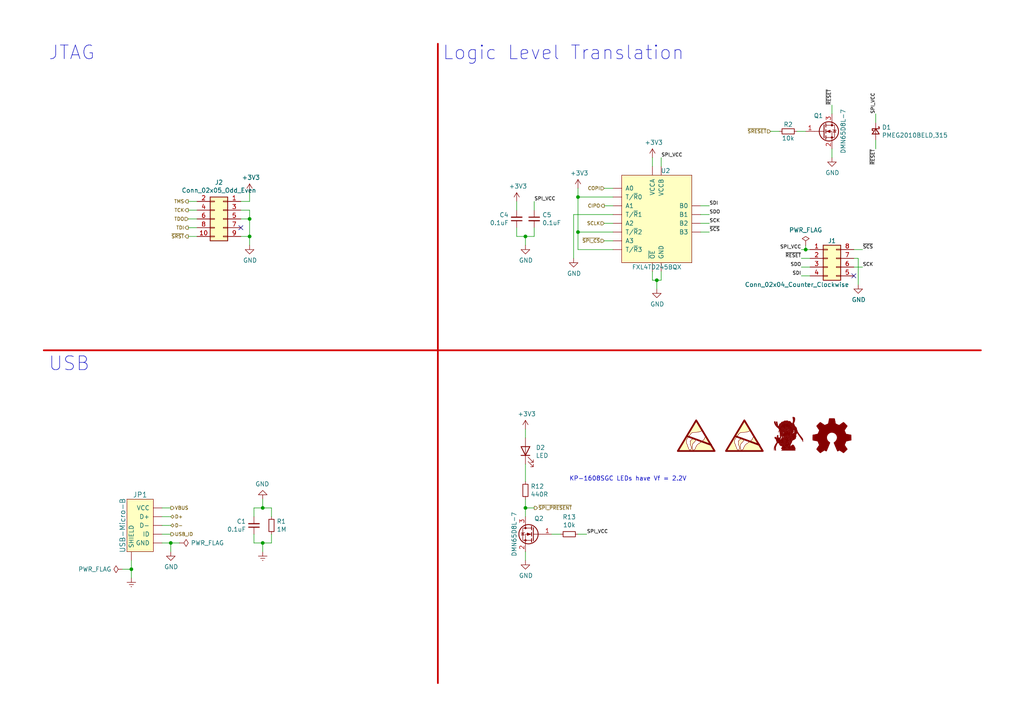
<source format=kicad_sch>
(kicad_sch (version 20211123) (generator eeschema)
  (paper "A4")
  (lib_symbols
    (symbol "Connector_Generic:Conn_02x04_Counter_Clockwise" (pin_names (offset 1.016) hide)
      (property "Reference" "J" (at 1.27 5.08 0))
      (property "Value" "Conn_02x04_Counter_Clockwise" (at 1.27 -7.62 0))
      (symbol "Conn_02x04_Counter_Clockwise_1_1"
        (pin passive line (at -5.08 2.54 0) (length 3.81) (name "Pin_1") (number "1"))
        (pin passive line (at -5.08 0 0) (length 3.81) (name "Pin_2") (number "2"))
        (pin passive line (at -5.08 -2.54 0) (length 3.81) (name "Pin_3") (number "3"))
        (pin passive line (at -5.08 -5.08 0) (length 3.81) (name "Pin_4") (number "4"))
        (pin passive line (at 7.62 -5.08 180) (length 3.81) (name "Pin_5") (number "5"))
        (pin passive line (at 7.62 -2.54 180) (length 3.81) (name "Pin_6") (number "6"))
        (pin passive line (at 7.62 0 180) (length 3.81) (name "Pin_7") (number "7"))
        (pin passive line (at 7.62 2.54 180) (length 3.81) (name "Pin_8") (number "8"))
      )
    )
    (symbol "Connector_Generic:Conn_02x05_Odd_Even" (pin_names (offset 1.016) hide)
      (property "Reference" "J" (at 1.27 7.62 0))
      (property "Value" "Conn_02x05_Odd_Even" (at 1.27 -7.62 0))
      (symbol "Conn_02x05_Odd_Even_1_1"
        (pin passive line (at -5.08 5.08 0) (length 3.81) (name "Pin_1") (number "1"))
        (pin passive line (at 7.62 -5.08 180) (length 3.81) (name "Pin_10") (number "10"))
        (pin passive line (at 7.62 5.08 180) (length 3.81) (name "Pin_2") (number "2"))
        (pin passive line (at -5.08 2.54 0) (length 3.81) (name "Pin_3") (number "3"))
        (pin passive line (at 7.62 2.54 180) (length 3.81) (name "Pin_4") (number "4"))
        (pin passive line (at -5.08 0 0) (length 3.81) (name "Pin_5") (number "5"))
        (pin passive line (at 7.62 0 180) (length 3.81) (name "Pin_6") (number "6"))
        (pin passive line (at -5.08 -2.54 0) (length 3.81) (name "Pin_7") (number "7"))
        (pin passive line (at 7.62 -2.54 180) (length 3.81) (name "Pin_8") (number "8"))
        (pin passive line (at -5.08 -5.08 0) (length 3.81) (name "Pin_9") (number "9"))
      )
    )
    (symbol "DX_MON:FXL4TD245BQX" (pin_numbers hide) (pin_names (offset 1.016))
      (property "Reference" "U" (at 3.81 13.97 0))
      (property "Value" "FXL4TD245BQX" (at 10.16 -13.97 0))
      (symbol "FXL4TD245BQX_1_1"
        (pin power_in line (at -1.27 15.24 270) (length 2.54) (name "VCCA") (number "1"))
        (pin input line (at -12.7 -3.81 0) (length 2.54) (name "T/~{R}2") (number "10"))
        (pin input line (at 12.7 -3.81 180) (length 2.54) (name "B3") (number "11"))
        (pin input line (at 12.7 -1.27 180) (length 2.54) (name "B2") (number "12"))
        (pin input line (at 12.7 1.27 180) (length 2.54) (name "B1") (number "13"))
        (pin input line (at 12.7 3.81 180) (length 2.54) (name "B0") (number "14"))
        (pin input line (at -12.7 1.27 0) (length 2.54) (name "T/~{R}1") (number "15"))
        (pin power_in line (at 1.27 15.24 270) (length 2.54) (name "VCCB") (number "16"))
        (pin input line (at -12.7 6.35 0) (length 2.54) (name "T/~{R}0") (number "2"))
        (pin bidirectional line (at -12.7 8.89 0) (length 2.54) (name "A0") (number "3"))
        (pin bidirectional line (at -12.7 3.81 0) (length 2.54) (name "A1") (number "4"))
        (pin bidirectional line (at -12.7 -1.27 0) (length 2.54) (name "A2") (number "5"))
        (pin bidirectional line (at -12.7 -6.35 0) (length 2.54) (name "A3") (number "6"))
        (pin input line (at -12.7 -8.89 0) (length 2.54) (name "T/~{R}3") (number "7"))
        (pin passive line (at 1.27 -15.24 90) (length 2.54) (name "GND") (number "8"))
        (pin input line (at -1.27 -15.24 90) (length 2.54) (name "~{OE}") (number "9"))
        (pin passive line (at 1.27 -15.24 90) (length 2.54) hide (name "GND") (number "EP"))
      )
    )
    (symbol "DX_MON:USB-Micro-B" (pin_numbers hide) (pin_names (offset 1.016))
      (property "Reference" "JP" (at 0 11.43 0))
      (property "Value" "USB-Micro-B" (at 0 8.89 0))
      (symbol "USB-Micro-B_1_1"
        (pin bidirectional line (at 6.35 2.54 180) (length 2.54) (name "D+") (number "D+"))
        (pin bidirectional line (at 6.35 0 180) (length 2.54) (name "D-") (number "D-"))
        (pin passive line (at 6.35 -5.08 180) (length 2.54) (name "GND") (number "GND1"))
        (pin passive line (at 6.35 -2.54 180) (length 2.54) (name "ID") (number "ID"))
        (pin passive line (at -2.54 -10.16 90) (length 2.54) (name "SHIELD") (number "SHIELD"))
        (pin power_out line (at 6.35 5.08 180) (length 2.54) (name "VCC") (number "VCC"))
      )
    )
    (symbol "DX_MON:トール" (pin_names (offset 1.016)))
    (symbol "Device:C_Small" (pin_numbers hide) (pin_names (offset 0.254) hide)
      (property "Reference" "C" (at 0.254 1.778 0))
      (property "Value" "C_Small" (at 0.254 -2.032 0))
      (symbol "C_Small_1_1"
        (pin passive line (at 0 2.54 270) (length 2.032) (name "~") (number "1"))
        (pin passive line (at 0 -2.54 90) (length 2.032) (name "~") (number "2"))
      )
    )
    (symbol "Device:D_Schottky_Small" (pin_numbers hide) (pin_names (offset 0.254) hide)
      (property "Reference" "D" (at -1.27 2.032 0))
      (property "Value" "D_Schottky_Small" (at -7.112 -2.032 0))
      (symbol "D_Schottky_Small_1_1"
        (pin passive line (at -2.54 0 0) (length 1.778) (name "K") (number "1"))
        (pin passive line (at 2.54 0 180) (length 1.778) (name "A") (number "2"))
      )
    )
    (symbol "Device:LED" (pin_numbers hide) (pin_names (offset 1.016) hide)
      (property "Reference" "D" (at 0 2.54 0))
      (property "Value" "LED" (at 0 -2.54 0))
      (symbol "LED_1_1"
        (pin passive line (at -3.81 0 0) (length 2.54) (name "K") (number "1"))
        (pin passive line (at 3.81 0 180) (length 2.54) (name "A") (number "2"))
      )
    )
    (symbol "Device:Q_NMOS_GSD" (pin_names (offset 0) hide)
      (property "Reference" "Q" (at 5.08 1.27 0))
      (property "Value" "Q_NMOS_GSD" (at 5.08 -1.27 0))
      (symbol "Q_NMOS_GSD_1_1"
        (pin input line (at -5.08 0 0) (length 2.54) (name "G") (number "1"))
        (pin passive line (at 2.54 -5.08 90) (length 2.54) (name "S") (number "2"))
        (pin passive line (at 2.54 5.08 270) (length 2.54) (name "D") (number "3"))
      )
    )
    (symbol "Device:R_Small" (pin_numbers hide) (pin_names (offset 0.254) hide)
      (property "Reference" "R" (at 0.762 0.508 0))
      (property "Value" "R_Small" (at 0.762 -1.016 0))
      (symbol "R_Small_1_1"
        (pin passive line (at 0 2.54 270) (length 0.762) (name "~") (number "1"))
        (pin passive line (at 0 -2.54 90) (length 0.762) (name "~") (number "2"))
      )
    )
    (symbol "Graphic:Logo_Open_Hardware_Small" (pin_names (offset 1.016)))
    (symbol "Graphic:SYM_ESD_Large" (pin_names (offset 1.016)))
    (symbol "power:+3.3V" (power) (pin_names (offset 0))
      (property "Value" "+3.3V" (at 0 3.556 0))
      (symbol "+3.3V_1_1"
        (pin power_in line (at 0 0 90) (length 0) hide (name "+3V3") (number "1"))
      )
    )
    (symbol "power:Earth" (power) (pin_names (offset 0))
      (symbol "Earth_1_1"
        (pin power_in line (at 0 0 270) (length 0) hide (name "Earth") (number "1"))
      )
    )
    (symbol "power:GND" (power) (pin_names (offset 0))
      (property "Value" "GND" (at 0 -3.81 0))
      (symbol "GND_1_1"
        (pin power_in line (at 0 0 270) (length 0) hide (name "GND") (number "1"))
      )
    )
    (symbol "power:PWR_FLAG" (power) (pin_numbers hide) (pin_names (offset 0) hide)
      (property "Value" "PWR_FLAG" (at 0 3.81 0))
      (symbol "PWR_FLAG_0_0"
        (pin power_out line (at 0 0 90) (length 0) (name "pwr") (number "1"))
      )
    )
  )
  (junction (at 72.39 63.5))
  (junction (at 76.2 147.32))
  (junction (at 38.1 165.1))
  (junction (at 152.4 68.58))
  (junction (at 167.64 67.31))
  (junction (at 76.2 157.48))
  (junction (at 233.68 72.39))
  (junction (at 72.39 68.58))
  (junction (at 152.4 147.32))
  (junction (at 167.64 57.15))
  (junction (at 49.53 157.48))
  (junction (at 190.5 81.28))
  (no_connect (at 69.85 66.04))
  (no_connect (at 247.65 80.01))
  (wire (pts (xy 49.53 149.86) (xy 46.99 149.86)))
  (wire (pts (xy 189.23 45.72) (xy 189.23 48.26)))
  (wire (pts (xy 76.2 157.48) (xy 76.2 160.02)))
  (wire (pts (xy 54.61 68.58) (xy 57.15 68.58)))
  (wire (pts (xy 247.65 74.93) (xy 248.92 74.93)))
  (wire (pts (xy 149.86 66.04) (xy 149.86 68.58)))
  (wire (pts (xy 78.74 154.94) (xy 78.74 157.48)))
  (wire (pts (xy 149.86 68.58) (xy 152.4 68.58)))
  (wire (pts (xy 73.66 154.94) (xy 73.66 157.48)))
  (wire (pts (xy 54.61 63.5) (xy 57.15 63.5)))
  (wire (pts (xy 57.15 60.96) (xy 54.61 60.96)))
  (wire (pts (xy 234.95 80.01) (xy 232.41 80.01)))
  (wire (pts (xy 152.4 134.62) (xy 152.4 139.7)))
  (wire (pts (xy 46.99 152.4) (xy 49.53 152.4)))
  (wire (pts (xy 69.85 58.42) (xy 72.39 58.42)))
  (wire (pts (xy 49.53 157.48) (xy 52.07 157.48)))
  (wire (pts (xy 57.15 66.04) (xy 54.61 66.04)))
  (wire (pts (xy 250.19 72.39) (xy 247.65 72.39)))
  (wire (pts (xy 254 35.56) (xy 254 33.02)))
  (wire (pts (xy 177.8 62.23) (xy 166.37 62.23)))
  (wire (pts (xy 167.64 72.39) (xy 167.64 67.31)))
  (wire (pts (xy 177.8 72.39) (xy 167.64 72.39)))
  (wire (pts (xy 49.53 157.48) (xy 49.53 160.02)))
  (wire (pts (xy 231.14 38.1) (xy 233.68 38.1)))
  (wire (pts (xy 46.99 157.48) (xy 49.53 157.48)))
  (wire (pts (xy 69.85 63.5) (xy 72.39 63.5)))
  (wire (pts (xy 69.85 60.96) (xy 72.39 60.96)))
  (wire (pts (xy 189.23 78.74) (xy 189.23 81.28)))
  (wire (pts (xy 254 40.64) (xy 254 43.18)))
  (wire (pts (xy 203.2 67.31) (xy 205.74 67.31)))
  (wire (pts (xy 167.64 54.61) (xy 167.64 57.15)))
  (wire (pts (xy 233.68 71.12) (xy 233.68 72.39)))
  (wire (pts (xy 152.4 68.58) (xy 154.94 68.58)))
  (wire (pts (xy 152.4 162.56) (xy 152.4 160.02)))
  (wire (pts (xy 189.23 81.28) (xy 190.5 81.28)))
  (wire (pts (xy 191.77 81.28) (xy 190.5 81.28)))
  (wire (pts (xy 177.8 69.85) (xy 175.26 69.85)))
  (wire (pts (xy 205.74 64.77) (xy 203.2 64.77)))
  (wire (pts (xy 152.4 124.46) (xy 152.4 127)))
  (wire (pts (xy 35.56 165.1) (xy 38.1 165.1)))
  (wire (pts (xy 73.66 147.32) (xy 76.2 147.32)))
  (wire (pts (xy 76.2 147.32) (xy 78.74 147.32)))
  (wire (pts (xy 170.18 154.94) (xy 167.64 154.94)))
  (wire (pts (xy 152.4 147.32) (xy 154.94 147.32)))
  (wire (pts (xy 241.3 43.18) (xy 241.3 45.72)))
  (wire (pts (xy 152.4 68.58) (xy 152.4 71.12)))
  (wire (pts (xy 38.1 165.1) (xy 38.1 167.64)))
  (wire (pts (xy 241.3 30.48) (xy 241.3 33.02)))
  (wire (pts (xy 72.39 68.58) (xy 72.39 71.12)))
  (wire (pts (xy 166.37 62.23) (xy 166.37 74.93)))
  (wire (pts (xy 167.64 67.31) (xy 167.64 57.15)))
  (wire (pts (xy 152.4 147.32) (xy 152.4 149.86)))
  (wire (pts (xy 46.99 147.32) (xy 49.53 147.32)))
  (wire (pts (xy 76.2 147.32) (xy 76.2 144.78)))
  (polyline (pts (xy 127 12.7) (xy 127 198.12)) (stroke (width 0.508) (type solid) (color 204 0 0 1)))
  (wire (pts (xy 190.5 81.28) (xy 190.5 83.82)))
  (wire (pts (xy 72.39 58.42) (xy 72.39 55.88)))
  (wire (pts (xy 38.1 162.56) (xy 38.1 165.1)))
  (wire (pts (xy 73.66 157.48) (xy 76.2 157.48)))
  (wire (pts (xy 234.95 74.93) (xy 232.41 74.93)))
  (wire (pts (xy 49.53 154.94) (xy 46.99 154.94)))
  (wire (pts (xy 154.94 60.96) (xy 154.94 58.42)))
  (wire (pts (xy 149.86 58.42) (xy 149.86 60.96)))
  (wire (pts (xy 175.26 54.61) (xy 177.8 54.61)))
  (wire (pts (xy 177.8 67.31) (xy 167.64 67.31)))
  (wire (pts (xy 72.39 63.5) (xy 72.39 68.58)))
  (wire (pts (xy 175.26 64.77) (xy 177.8 64.77)))
  (wire (pts (xy 154.94 68.58) (xy 154.94 66.04)))
  (wire (pts (xy 69.85 68.58) (xy 72.39 68.58)))
  (wire (pts (xy 248.92 74.93) (xy 248.92 82.55)))
  (wire (pts (xy 247.65 77.47) (xy 250.19 77.47)))
  (wire (pts (xy 203.2 62.23) (xy 205.74 62.23)))
  (wire (pts (xy 191.77 48.26) (xy 191.77 45.72)))
  (polyline (pts (xy 127 101.6) (xy 12.7 101.6)) (stroke (width 0.508) (type solid) (color 204 0 0 1)))
  (wire (pts (xy 78.74 157.48) (xy 76.2 157.48)))
  (wire (pts (xy 205.74 59.69) (xy 203.2 59.69)))
  (wire (pts (xy 223.52 38.1) (xy 226.06 38.1)))
  (wire (pts (xy 54.61 58.42) (xy 57.15 58.42)))
  (polyline (pts (xy 284.48 101.6) (xy 127 101.6)) (stroke (width 0.508) (type solid) (color 204 3 3 1)))
  (wire (pts (xy 73.66 149.86) (xy 73.66 147.32)))
  (wire (pts (xy 72.39 60.96) (xy 72.39 63.5)))
  (wire (pts (xy 78.74 147.32) (xy 78.74 149.86)))
  (wire (pts (xy 232.41 77.47) (xy 234.95 77.47)))
  (wire (pts (xy 191.77 78.74) (xy 191.77 81.28)))
  (wire (pts (xy 232.41 72.39) (xy 233.68 72.39)))
  (wire (pts (xy 160.02 154.94) (xy 162.56 154.94)))
  (wire (pts (xy 167.64 57.15) (xy 177.8 57.15)))
  (wire (pts (xy 177.8 59.69) (xy 175.26 59.69)))
  (wire (pts (xy 233.68 72.39) (xy 234.95 72.39)))
  (wire (pts (xy 152.4 144.78) (xy 152.4 147.32)))
  (text "JTAG" (at 13.97 17.78 0) (effects (font (size 3.9878 3.9878)) (justify left bottom)))
  (text "USB" (at 13.97 107.95 0) (effects (font (size 3.9878 3.9878)) (justify left bottom)))
  (text "KP-1608SGC LEDs have Vf = 2.2V" (at 165.1 139.7 0) (effects (font (size 1.27 1.27)) (justify left bottom)))
  (text "Logic Level Translation" (at 128.27 17.78 0) (effects (font (size 3.9878 3.9878)) (justify left bottom)))
  (label "SPI_VCC" (at 254 33.02 90) (effects (font (size 0.9906 0.9906))))
  (label "SCK" (at 250.19 77.47 0) (effects (font (size 0.9906 0.9906))))
  (label "SDO" (at 205.74 62.23 0) (effects (font (size 0.9906 0.9906))))
  (label "~{SCS}" (at 205.74 67.31 0) (effects (font (size 0.9906 0.9906))))
  (label "SDI" (at 205.74 59.69 0) (effects (font (size 0.9906 0.9906))))
  (label "~{RESET}" (at 241.3 30.48 90) (effects (font (size 0.9906 0.9906))))
  (label "SPI_VCC" (at 232.41 72.39 180) (effects (font (size 0.9906 0.9906))))
  (label "SCK" (at 205.74 64.77 0) (effects (font (size 0.9906 0.9906))))
  (label "SPI_VCC" (at 154.94 58.42 0) (effects (font (size 0.9906 0.9906))))
  (label "~{RESET}" (at 232.41 74.93 180) (effects (font (size 0.9906 0.9906))))
  (label "SDO" (at 232.41 77.47 180) (effects (font (size 0.9906 0.9906))))
  (label "SPI_VCC" (at 170.18 154.94 0) (effects (font (size 0.9906 0.9906))))
  (label "SPI_VCC" (at 191.77 45.72 0) (effects (font (size 0.9906 0.9906))))
  (label "~{RESET}" (at 254 43.18 270) (effects (font (size 0.9906 0.9906))))
  (label "~{SCS}" (at 250.19 72.39 0) (effects (font (size 0.9906 0.9906))))
  (label "SDI" (at 232.41 80.01 180) (effects (font (size 0.9906 0.9906))))
  (hierarchical_label "VBUS" (shape output) (at 49.53 147.32 0) (effects (font (size 0.9906 0.9906))))
  (hierarchical_label "D-" (shape bidirectional) (at 49.53 152.4 0) (effects (font (size 0.9906 0.9906))))
  (hierarchical_label "~{SRST}" (shape output) (at 54.61 68.58 180) (effects (font (size 0.9906 0.9906))))
  (hierarchical_label "~{SPI_PRESENT}" (shape output) (at 154.94 147.32 0) (effects (font (size 0.9906 0.9906))))
  (hierarchical_label "~{SRESET}" (shape input) (at 223.52 38.1 180) (effects (font (size 0.9906 0.9906))))
  (hierarchical_label "SCLK" (shape input) (at 175.26 64.77 180) (effects (font (size 0.9906 0.9906))))
  (hierarchical_label "TCK" (shape output) (at 54.61 60.96 180) (effects (font (size 0.9906 0.9906))))
  (hierarchical_label "CIPO" (shape output) (at 175.26 59.69 180) (effects (font (size 0.9906 0.9906))))
  (hierarchical_label "~{SPI_CS}" (shape input) (at 175.26 69.85 180) (effects (font (size 0.9906 0.9906))))
  (hierarchical_label "TMS" (shape output) (at 54.61 58.42 180) (effects (font (size 0.9906 0.9906))))
  (hierarchical_label "USB_ID" (shape output) (at 49.53 154.94 0) (effects (font (size 0.9906 0.9906))))
  (hierarchical_label "D+" (shape bidirectional) (at 49.53 149.86 0) (effects (font (size 0.9906 0.9906))))
  (hierarchical_label "TDO" (shape input) (at 54.61 63.5 180) (effects (font (size 0.9906 0.9906))))
  (hierarchical_label "COPI" (shape input) (at 175.26 54.61 180) (effects (font (size 0.9906 0.9906))))
  (hierarchical_label "TDI" (shape output) (at 54.61 66.04 180) (effects (font (size 0.9906 0.9906))))
  (symbol (lib_id "DX_MON:USB-Micro-B") (at 40.64 152.4 0) (unit 1)
    (property "Reference" "JP1" (at 40.64 143.51 0) (effects (font (size 1.4986 1.4986))))
    (property "Value" "USB-Micro-B" (at 35.56 152.4 90) (effects (font (size 1.4986 1.4986))))
    (property "Footprint" "rhais_usb:MICRO-USB-B-(IN_PCB)" (effects hide))
    (property "Datasheet" "https://cdn.amphenol-icc.com/media/wysiwyg/files/drawing/10103593.pdf" (effects hide))
    (property "MFR" "Amphenol ICC" (effects hide))
    (property "MPN" "10103593-0001LF" (effects hide))
    (property "OC_FARNELL" "2293751" (effects hide))
    (property "URL_FARNELL" "https://uk.farnell.com/amphenol-icc-fci/10103593-0001lf/micro-usb-2-0-type-b-receptacle/dp/2293751" (effects hide))
  )
  (symbol (lib_id "power:GND") (at 49.53 160.02 0) (unit 1)
    (property "Reference" "#PWR02" (effects hide))
    (property "Value" "GND" (at 49.657 164.4142 0))
  )
  (symbol (lib_id "power:Earth") (at 38.1 167.64 0) (unit 1)
    (property "Reference" "#PWR01" (effects hide))
    (property "Value" "Earth" (effects hide))
  )
  (symbol (lib_id "Device:C_Small") (at 73.66 152.4 0) (mirror x) (unit 1)
    (property "Reference" "C1" (at 71.3486 151.2316 0) (effects (justify right)))
    (property "Value" "0.1uF" (at 71.3486 153.543 0) (effects (justify right)))
    (property "Footprint" "rhais_rcl:C0603" (effects hide))
    (property "Datasheet" "http://www.farnell.com/datasheets/1870456.pdf" (effects hide))
    (property "MFR" "Multicomp" (effects hide))
    (property "MPN" "MC0603B104J250CT" (effects hide))
    (property "OC_FARNELL" "2310559" (effects hide))
    (property "URL_FARNELL" "https://uk.farnell.com/multicomp/mc0603b104j250ct/cap-0-1-f-25v-5-x7r-0603-reel/dp/2310559" (effects hide))
  )
  (symbol (lib_id "Device:R_Small") (at 78.74 152.4 0) (unit 1)
    (property "Reference" "R1" (at 80.2386 151.2316 0) (effects (justify left)))
    (property "Value" "1M" (at 80.2386 153.543 0) (effects (justify left)))
    (property "Footprint" "rhais_rcl:R0603" (effects hide))
    (property "Datasheet" "http://www.farnell.com/datasheets/2860681.pdf" (effects hide))
    (property "MFR" "Multicomp" (effects hide))
    (property "MPN" "MCWR06X1004FTL" (effects hide))
    (property "OC_FARNELL" "2447285" (effects hide))
    (property "URL_FARNELL" "https://uk.farnell.com/multicomp/mcwr06x1004ftl/res-1m-1-0-1w-0603-thick-film/dp/2447285" (effects hide))
  )
  (symbol (lib_id "power:Earth") (at 76.2 160.02 0) (unit 1)
    (property "Reference" "#PWR04" (effects hide))
    (property "Value" "Earth" (effects hide))
  )
  (symbol (lib_id "power:GND") (at 76.2 144.78 180) (unit 1)
    (property "Reference" "#PWR03" (effects hide))
    (property "Value" "GND" (at 76.073 140.3858 0))
  )
  (symbol (lib_id "power:GND") (at 248.92 82.55 0) (unit 1)
    (property "Reference" "#PWR09" (effects hide))
    (property "Value" "GND" (at 249.047 86.9442 0))
  )
  (symbol (lib_id "Connector_Generic:Conn_02x04_Counter_Clockwise") (at 240.03 74.93 0) (unit 1)
    (property "Reference" "J1" (at 241.3 69.85 0))
    (property "Value" "Conn_02x04_Counter_Clockwise" (at 231.14 82.55 0))
    (property "Footprint" "DX-MON:75867-132LF" (effects hide))
    (property "Datasheet" "https://cdn.amphenol-icc.com/media/wysiwyg/files/drawing/75867.pdf" (effects hide))
    (property "MFR" "Amphenol ICC" (effects hide))
    (property "MPN" "75867-132LF" (effects hide))
    (property "OC_FARNELL" "1924603" (effects hide))
    (property "URL_FARNELL" "https://uk.farnell.com/amphenol-icc/75867-132lf/connector-header-8-position-2/dp/1924603" (effects hide))
  )
  (symbol (lib_id "power:+3.3V") (at 189.23 45.72 0) (unit 1)
    (property "Reference" "#PWR08" (effects hide))
    (property "Value" "+3.3V" (at 189.611 41.3258 0))
  )
  (symbol (lib_id "power:GND") (at 190.5 83.82 0) (unit 1)
    (property "Reference" "#PWR010" (effects hide))
    (property "Value" "GND" (at 190.627 88.2142 0))
  )
  (symbol (lib_id "DX_MON:FXL4TD245BQX") (at 190.5 63.5 0) (unit 1)
    (property "Reference" "U2" (at 193.04 49.53 0))
    (property "Value" "FXL4TD245BQX" (at 190.5 77.47 0))
    (property "Footprint" "rhais_package-qfn:DQFN16_1EP_2.5x3.5mm_P0.5mm" (effects hide))
    (property "Datasheet" "https://www.onsemi.com/pub/Collateral/FXL4TD245-D.pdf" (effects hide))
    (property "MFR" "On Smi" (effects hide))
    (property "MPN" "FXL4TD245BQX" (effects hide))
    (property "OC_FARNELL" "1495484" (effects hide))
    (property "URL_FARNELL" "https://uk.farnell.com/on-semiconductor/fxl4td245bqx/fxl-tiny-translator-smd-dqfn-16/dp/1495484" (effects hide))
  )
  (symbol (lib_id "power:+3.3V") (at 167.64 54.61 0) (unit 1)
    (property "Reference" "#PWR0101" (effects hide))
    (property "Value" "+3.3V" (at 168.021 50.2158 0))
  )
  (symbol (lib_id "power:GND") (at 166.37 74.93 0) (unit 1)
    (property "Reference" "#PWR0102" (effects hide))
    (property "Value" "GND" (at 166.497 79.3242 0))
  )
  (symbol (lib_id "Device:C_Small") (at 154.94 63.5 0) (unit 1)
    (property "Reference" "C5" (at 157.2768 62.3316 0) (effects (justify left)))
    (property "Value" "0.1uF" (at 157.2768 64.643 0) (effects (justify left)))
    (property "Footprint" "rhais_rcl:C0603" (effects hide))
    (property "Datasheet" "http://www.farnell.com/datasheets/1870456.pdf" (effects hide))
    (property "MFR" "Multicomp" (effects hide))
    (property "MPN" "MC0603B104J250CT" (effects hide))
    (property "OC_FARNELL" "2310559" (effects hide))
    (property "URL_FARNELL" "https://uk.farnell.com/multicomp/mc0603b104j250ct/cap-0-1-f-25v-5-x7r-0603-reel/dp/2310559" (effects hide))
  )
  (symbol (lib_id "Device:C_Small") (at 149.86 63.5 0) (mirror x) (unit 1)
    (property "Reference" "C4" (at 147.5486 62.3316 0) (effects (justify right)))
    (property "Value" "0.1uF" (at 147.5486 64.643 0) (effects (justify right)))
    (property "Footprint" "rhais_rcl:C0603" (effects hide))
    (property "Datasheet" "http://www.farnell.com/datasheets/1870456.pdf" (effects hide))
    (property "MFR" "Multicomp" (effects hide))
    (property "MPN" "MC0603B104J250CT" (effects hide))
    (property "OC_FARNELL" "2310559" (effects hide))
    (property "URL_FARNELL" "https://uk.farnell.com/multicomp/mc0603b104j250ct/cap-0-1-f-25v-5-x7r-0603-reel/dp/2310559" (effects hide))
  )
  (symbol (lib_id "power:GND") (at 152.4 71.12 0) (unit 1)
    (property "Reference" "#PWR0103" (effects hide))
    (property "Value" "GND" (at 152.527 75.5142 0))
  )
  (symbol (lib_id "power:+3.3V") (at 149.86 58.42 0) (unit 1)
    (property "Reference" "#PWR0104" (effects hide))
    (property "Value" "+3.3V" (at 150.241 54.0258 0))
  )
  (symbol (lib_id "power:GND") (at 241.3 45.72 0) (unit 1)
    (property "Reference" "#PWR0108" (effects hide))
    (property "Value" "GND" (at 241.427 50.1142 0))
  )
  (symbol (lib_id "Connector_Generic:Conn_02x05_Odd_Even") (at 64.77 63.5 0) (mirror y) (unit 1)
    (property "Reference" "J2" (at 63.5 52.9082 0))
    (property "Value" "Conn_02x05_Odd_Even" (at 63.5 55.2196 0))
    (property "Footprint" "rhais_connector-pinheader:PinSocket_2x05_P1.27mm_Vertical_SMD" (effects hide))
    (property "Datasheet" "https://cdn.amphenol-icc.com/media/wysiwyg/files/drawing/20021321.pdf" (effects hide))
    (property "MFR" "Amphenol ICC" (effects hide))
    (property "MPN" "20021321-00010C4LF" (effects hide))
    (property "OC_FARNELL" "1865309" (effects hide))
    (property "URL_FARNELL" "https://uk.farnell.com/amphenol-icc-fci/20021321-00010c4lf/receptacle-vert-1-27mm-smt-10way/dp/1865309" (effects hide))
  )
  (symbol (lib_id "power:GND") (at 72.39 71.12 0) (unit 1)
    (property "Reference" "#PWR015" (effects hide))
    (property "Value" "GND" (at 72.517 75.5142 0))
  )
  (symbol (lib_id "power:+3.3V") (at 72.39 55.88 0) (unit 1)
    (property "Reference" "#PWR014" (effects hide))
    (property "Value" "+3.3V" (at 72.771 51.4858 0))
  )
  (symbol (lib_id "Device:Q_NMOS_GSD") (at 238.76 38.1 0) (unit 1)
    (property "Reference" "Q1" (at 238.76 34.29 0) (effects (justify right bottom)))
    (property "Value" "DMN65D8L-7" (at 243.84 38.1 90) (effects (justify top)))
    (property "Footprint" "rhais_package-smd:SOT-23" (effects hide))
    (property "Datasheet" "https://www.diodes.com/assets/Datasheets/DMN65D8L.pdf" (effects hide))
    (property "MFR" "Diodes Inc" (effects hide))
    (property "MPN" "DMN65D8L-7" (effects hide))
    (property "OC_FARNELL" "2543546" (effects hide))
    (property "URL_FARNELL" "https://uk.farnell.com/diodes-inc/dmn65d8l-7/mosfet-n-ch-20v-sot-23-3/dp/2543546" (effects hide))
  )
  (symbol (lib_id "Device:R_Small") (at 228.6 38.1 270) (unit 1)
    (property "Reference" "R2" (at 228.6 36.83 90) (effects (justify bottom)))
    (property "Value" "10k" (at 228.6 39.37 90) (effects (justify top)))
    (property "Footprint" "rhais_rcl:R0603" (effects hide))
    (property "Datasheet" "http://www.farnell.com/datasheets/1788326.pdf" (effects hide))
    (property "MFR" "Multicomp" (effects hide))
    (property "MPN" "MC0063W0603110K" (effects hide))
    (property "OC_FARNELL" "2130939" (effects hide))
    (property "URL_FARNELL" "https://uk.farnell.com/multicomp/mc0063w0603110k/res-10k-1-0-063w-0603-thick-film/dp/2130939" (effects hide))
  )
  (symbol (lib_id "Device:D_Schottky_Small") (at 254 38.1 270) (unit 1)
    (property "Reference" "D1" (at 255.778 36.9316 90) (effects (justify left)))
    (property "Value" "PMEG2010BELD,315" (at 255.778 39.243 90) (effects (justify left)))
    (property "Footprint" "DX-MON:SOD882D_DFN1006D-2" (effects hide))
    (property "Datasheet" "https://assets.nexperia.com/documents/data-sheet/PMEG2010BELD.pdf" (effects hide))
    (property "MFR" "NXP" (effects hide))
    (property "MPN" "PMEG2010BELD,315" (effects hide))
    (property "OC_FARNELL" "2191801" (effects hide))
    (property "URL_FARNELL" "https://uk.farnell.com/nexperia/pmeg2010beld-315/diode-rectifier-20v-1a-sod882d/dp/2191801" (effects hide))
  )
  (symbol (lib_id "DX_MON:トール") (at 228.6 125.73 0) (unit 1)
    (property "Reference" "DRG1" (effects hide))
    (property "Value" "トール" (effects hide))
    (property "Footprint" "トール:トール-8.6x9.9" (effects hide))
  )
  (symbol (lib_id "Device:R_Small") (at 152.4 142.24 0)
    (property "Reference" "R12" (at 153.8986 141.0716 0) (effects (justify left)))
    (property "Value" "440R" (at 153.8986 143.383 0) (effects (justify left)))
    (property "Footprint" "rhais_rcl:R0603" (effects hide))
    (property "Datasheet" "http://www.farnell.com/datasheets/2860681.pdf" (effects hide))
    (property "MFR" "Multicomp" (effects hide))
    (property "MPN" "MCWR06X4700FTL" (effects hide))
    (property "OC_FARNELL" "2447374" (effects hide))
    (property "URL_FARNELL" "https://uk.farnell.com/multicomp/mcwr06x4700ftl/res-470r-1-0-1w-0603-thick-film/dp/2447374" (effects hide))
  )
  (symbol (lib_id "Device:LED") (at 152.4 130.81 90)
    (property "Reference" "D2" (at 155.3972 129.8194 90) (effects (justify right)))
    (property "Value" "LED" (at 155.3972 132.1308 90) (effects (justify right)))
    (property "Footprint" "rhais_led:LED0603" (effects hide))
    (property "Datasheet" "https://www.kingbright.com/attachments/file/psearch/000/00/20160808bak/KP-1608SGC(Ver.21B).pdf" (effects hide))
    (property "OC_FARNELL" "8529833" (effects hide))
    (property "URL_FARNELL" "https://uk.farnell.com/kingbright/kp-1608sgc/led-0-8mm-x-1-2mm-green-12mcd/dp/8529833" (effects hide))
    (property "MFR" "Kingbright" (effects hide))
    (property "MPN" "KP-1608SGC" (effects hide))
  )
  (symbol (lib_id "power:+3.3V") (at 152.4 124.46 0)
    (property "Reference" "#PWR038" (effects hide))
    (property "Value" "+3.3V" (at 152.781 120.0658 0))
  )
  (symbol (lib_id "power:GND") (at 152.4 162.56 0)
    (property "Reference" "#PWR039" (effects hide))
    (property "Value" "GND" (at 152.527 166.9542 0))
  )
  (symbol (lib_id "Device:Q_NMOS_GSD") (at 154.94 154.94 0) (mirror y) (unit 1)
    (property "Reference" "Q2" (at 154.94 151.13 0) (effects (justify right bottom)))
    (property "Value" "DMN65D8L-7" (at 149.86 154.94 90) (effects (justify top)))
    (property "Footprint" "rhais_package-smd:SOT-23" (effects hide))
    (property "Datasheet" "https://www.diodes.com/assets/Datasheets/DMN65D8L.pdf" (effects hide))
    (property "MFR" "Diodes Inc" (effects hide))
    (property "MPN" "DMN65D8L-7" (effects hide))
    (property "OC_FARNELL" "2543546" (effects hide))
    (property "URL_FARNELL" "https://uk.farnell.com/diodes-inc/dmn65d8l-7/mosfet-n-ch-20v-sot-23-3/dp/2543546" (effects hide))
  )
  (symbol (lib_id "Graphic:Logo_Open_Hardware_Small") (at 241.3 127 0) (unit 1)
    (property "Reference" "LOGO1" (effects hide))
    (property "Value" "Logo_Open_Hardware_Small" (effects hide))
    (property "Footprint" "Symbol:OSHW-Symbol_6.7x6mm_SilkScreen" (effects hide))
  )
  (symbol (lib_id "Graphic:SYM_ESD_Large") (at 215.9 125.73 0) (unit 1)
    (property "Reference" "SYM1" (effects hide))
    (property "Value" "SYM_ESD_Small" (effects hide))
    (property "Footprint" "Symbol:WEEE-Logo_4.2x6mm_SilkScreen" (effects hide))
  )
  (symbol (lib_id "Device:R_Small") (at 165.1 154.94 270)
    (property "Reference" "R13" (at 165.1 149.9616 90))
    (property "Value" "10k" (at 165.1 152.273 90))
    (property "Footprint" "rhais_rcl:R0603" (effects hide))
    (property "Datasheet" "http://www.farnell.com/datasheets/1788326.pdf" (effects hide))
    (property "MFR" "Multicomp" (effects hide))
    (property "MPN" "MC0063W0603110K" (effects hide))
    (property "OC_FARNELL" "2130939" (effects hide))
    (property "URL_FARNELL" "https://uk.farnell.com/multicomp/mc0063w0603110k/res-10k-1-0-063w-0603-thick-film/dp/2130939" (effects hide))
  )
  (symbol (lib_id "power:PWR_FLAG") (at 233.68 71.12 0) (unit 1)
    (property "Reference" "#FLG0101" (effects hide))
    (property "Value" "PWR_FLAG" (at 233.68 66.7258 0))
  )
  (symbol (lib_id "power:PWR_FLAG") (at 52.07 157.48 270) (unit 1)
    (property "Reference" "#FLG01" (effects hide))
    (property "Value" "PWR_FLAG" (at 55.3212 157.48 90) (effects (justify left)))
  )
  (symbol (lib_id "power:PWR_FLAG") (at 35.56 165.1 90) (unit 1)
    (property "Reference" "#FLG0102" (effects hide))
    (property "Value" "PWR_FLAG" (at 32.3342 165.1 90) (effects (justify left)))
  )
  (symbol (lib_id "Graphic:SYM_ESD_Large") (at 201.93 125.73 0) (unit 1)
    (property "Reference" "SYM2" (effects hide))
    (property "Value" "SYM_ESD_Small" (effects hide))
    (property "Footprint" "Symbol:ESD-Logo_6.6x6mm_SilkScreen" (effects hide))
  )
)
</source>
